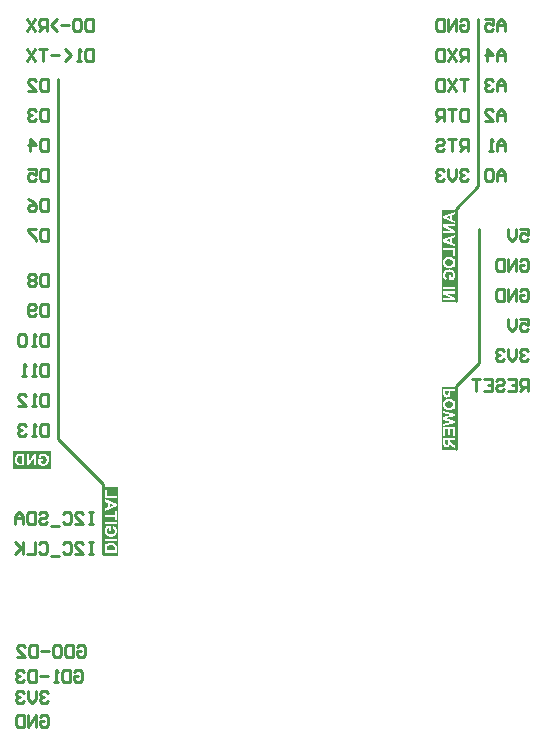
<source format=gbo>
G04*
G04 #@! TF.GenerationSoftware,Altium Limited,Altium Designer,23.4.1 (23)*
G04*
G04 Layer_Color=32896*
%FSLAX44Y44*%
%MOMM*%
G71*
G04*
G04 #@! TF.SameCoordinates,161A424F-3C6F-4C89-954A-30EFE7D06E68*
G04*
G04*
G04 #@! TF.FilePolarity,Positive*
G04*
G01*
G75*
%ADD13C,0.2540*%
%ADD18C,0.2560*%
G36*
X-165100Y-38100D02*
X-197265D01*
Y-22863D01*
X-165100D01*
Y-38100D01*
D02*
G37*
G36*
X177947Y102952D02*
X166053D01*
Y181048D01*
X177947D01*
Y102952D01*
D02*
G37*
G36*
X177912Y-22116D02*
X166088D01*
Y31000D01*
X177912D01*
Y-22116D01*
D02*
G37*
G36*
X-108353Y-111599D02*
X-120247D01*
Y-53501D01*
X-108353D01*
Y-111599D01*
D02*
G37*
%LPC*%
G36*
X-166716Y-25442D02*
D01*
Y-30379D01*
X-166723Y-30299D01*
Y-30196D01*
X-166731Y-30062D01*
X-166747Y-29903D01*
X-166771Y-29729D01*
X-166795Y-29539D01*
X-166826Y-29341D01*
X-166874Y-29119D01*
X-166922Y-28897D01*
X-166985Y-28667D01*
X-167056Y-28437D01*
X-167143Y-28199D01*
X-167239Y-27970D01*
X-167350Y-27748D01*
X-167358Y-27732D01*
X-167381Y-27692D01*
X-167421Y-27637D01*
X-167468Y-27550D01*
X-167540Y-27454D01*
X-167619Y-27336D01*
X-167714Y-27209D01*
X-167825Y-27074D01*
X-167952Y-26931D01*
X-168087Y-26781D01*
X-168245Y-26630D01*
X-168412Y-26480D01*
X-168594Y-26329D01*
X-168784Y-26186D01*
X-168998Y-26060D01*
X-169220Y-25933D01*
X-169228Y-25925D01*
X-169259Y-25909D01*
X-169315Y-25885D01*
X-169386Y-25854D01*
X-169481Y-25822D01*
X-169592Y-25774D01*
X-169719Y-25735D01*
X-169862Y-25687D01*
X-170028Y-25640D01*
X-170203Y-25600D01*
X-170393Y-25552D01*
X-170599Y-25521D01*
X-170821Y-25489D01*
X-171058Y-25465D01*
X-171304Y-25449D01*
X-171558Y-25442D01*
X-171684D01*
X-171732Y-25449D01*
X-171859D01*
X-172009Y-25465D01*
X-172184Y-25481D01*
X-172382Y-25505D01*
X-172596Y-25537D01*
X-172818Y-25576D01*
X-173048Y-25632D01*
X-173285Y-25687D01*
X-173523Y-25766D01*
X-173753Y-25854D01*
X-173983Y-25957D01*
X-174197Y-26075D01*
X-174395Y-26210D01*
X-174403Y-26218D01*
X-174442Y-26242D01*
X-174490Y-26289D01*
X-174561Y-26353D01*
X-174640Y-26424D01*
X-174736Y-26519D01*
X-174839Y-26630D01*
X-174942Y-26757D01*
X-175053Y-26900D01*
X-175163Y-27058D01*
X-175274Y-27232D01*
X-175377Y-27415D01*
X-175480Y-27621D01*
X-175568Y-27835D01*
X-175647Y-28065D01*
X-175710Y-28310D01*
X-173753Y-28675D01*
Y-28667D01*
X-173745Y-28643D01*
X-173729Y-28603D01*
X-173713Y-28556D01*
X-173689Y-28493D01*
X-173658Y-28429D01*
X-173578Y-28263D01*
X-173468Y-28088D01*
X-173333Y-27898D01*
X-173253Y-27803D01*
X-173166Y-27708D01*
X-173071Y-27621D01*
X-172968Y-27542D01*
X-172960Y-27534D01*
X-172945Y-27526D01*
X-172913Y-27502D01*
X-172865Y-27478D01*
X-172810Y-27446D01*
X-172746Y-27407D01*
X-172667Y-27367D01*
X-172580Y-27328D01*
X-172485Y-27296D01*
X-172374Y-27256D01*
X-172263Y-27217D01*
X-172136Y-27185D01*
X-172001Y-27161D01*
X-171859Y-27137D01*
X-171716Y-27129D01*
X-171558Y-27122D01*
X-171502D01*
X-171431Y-27129D01*
X-171344Y-27137D01*
X-171233Y-27145D01*
X-171106Y-27161D01*
X-170971Y-27193D01*
X-170821Y-27225D01*
X-170654Y-27264D01*
X-170488Y-27320D01*
X-170321Y-27391D01*
X-170147Y-27470D01*
X-169981Y-27565D01*
X-169814Y-27676D01*
X-169656Y-27803D01*
X-169505Y-27946D01*
X-169497Y-27954D01*
X-169473Y-27985D01*
X-169434Y-28033D01*
X-169386Y-28096D01*
X-169331Y-28184D01*
X-169267Y-28286D01*
X-169196Y-28413D01*
X-169125Y-28556D01*
X-169053Y-28714D01*
X-168982Y-28897D01*
X-168919Y-29095D01*
X-168863Y-29317D01*
X-168816Y-29546D01*
X-168776Y-29808D01*
X-168752Y-30078D01*
X-168744Y-30371D01*
Y-30379D01*
Y-30387D01*
Y-30410D01*
Y-30450D01*
Y-30490D01*
X-168752Y-30537D01*
X-168760Y-30656D01*
X-168768Y-30799D01*
X-168784Y-30965D01*
X-168808Y-31147D01*
X-168839Y-31346D01*
X-168879Y-31551D01*
X-168934Y-31773D01*
X-168998Y-31987D01*
X-169069Y-32201D01*
X-169156Y-32415D01*
X-169259Y-32613D01*
X-169378Y-32804D01*
X-169513Y-32978D01*
X-169521Y-32986D01*
X-169553Y-33018D01*
X-169592Y-33057D01*
X-169656Y-33113D01*
X-169727Y-33176D01*
X-169822Y-33247D01*
X-169933Y-33327D01*
X-170052Y-33406D01*
X-170195Y-33493D01*
X-170345Y-33564D01*
X-170511Y-33644D01*
X-170694Y-33707D01*
X-170884Y-33763D01*
X-171090Y-33802D01*
X-171304Y-33834D01*
X-171534Y-33842D01*
X-171597D01*
X-171637Y-33834D01*
X-171700D01*
X-171764Y-33826D01*
X-171835Y-33818D01*
X-171922Y-33810D01*
X-172104Y-33786D01*
X-172318Y-33739D01*
X-172540Y-33683D01*
X-172770Y-33604D01*
X-172778D01*
X-172802Y-33596D01*
X-172833Y-33580D01*
X-172873Y-33556D01*
X-172929Y-33533D01*
X-172992Y-33509D01*
X-173143Y-33438D01*
X-173309Y-33350D01*
X-173491Y-33255D01*
X-173673Y-33136D01*
X-173848Y-33018D01*
Y-31773D01*
X-171589D01*
Y-30125D01*
X-175837D01*
Y-34016D01*
X-175829Y-34024D01*
X-175805Y-34040D01*
X-175774Y-34072D01*
X-175718Y-34119D01*
X-175655Y-34167D01*
X-175576Y-34230D01*
X-175488Y-34301D01*
X-175377Y-34373D01*
X-175259Y-34452D01*
X-175124Y-34539D01*
X-174973Y-34626D01*
X-174815Y-34713D01*
X-174640Y-34809D01*
X-174450Y-34896D01*
X-174252Y-34983D01*
X-174038Y-35070D01*
X-174022Y-35078D01*
X-173983Y-35086D01*
X-173919Y-35110D01*
X-173840Y-35141D01*
X-173729Y-35173D01*
X-173602Y-35213D01*
X-173460Y-35252D01*
X-173301Y-35292D01*
X-173127Y-35340D01*
X-172945Y-35379D01*
X-172746Y-35419D01*
X-172540Y-35450D01*
X-172326Y-35482D01*
X-172112Y-35506D01*
X-171882Y-35514D01*
X-171661Y-35522D01*
X-175837D01*
D01*
X-166716D01*
Y-25442D01*
D02*
G37*
G36*
X-177676Y-25600D02*
X-179578D01*
X-183580Y-32130D01*
Y-25600D01*
X-181915D01*
X-185402D01*
Y-35355D01*
X-177676D01*
Y-25600D01*
D02*
G37*
G36*
X-187479D02*
X-195649D01*
X-191267D01*
X-191370Y-25608D01*
X-191488D01*
X-191615Y-25616D01*
X-191758Y-25624D01*
X-192059Y-25647D01*
X-192368Y-25679D01*
X-192519Y-25703D01*
X-192661Y-25727D01*
X-192796Y-25759D01*
X-192923Y-25790D01*
X-192931D01*
X-192962Y-25806D01*
X-193010Y-25814D01*
X-193065Y-25838D01*
X-193145Y-25869D01*
X-193232Y-25901D01*
X-193327Y-25949D01*
X-193430Y-25996D01*
X-193541Y-26060D01*
X-193660Y-26123D01*
X-193787Y-26194D01*
X-193906Y-26281D01*
X-194032Y-26369D01*
X-194159Y-26472D01*
X-194278Y-26575D01*
X-194397Y-26694D01*
X-194405Y-26702D01*
X-194421Y-26725D01*
X-194452Y-26757D01*
X-194500Y-26804D01*
X-194548Y-26868D01*
X-194611Y-26947D01*
X-194674Y-27034D01*
X-194746Y-27129D01*
X-194817Y-27240D01*
X-194888Y-27359D01*
X-194967Y-27494D01*
X-195047Y-27629D01*
X-195118Y-27779D01*
X-195197Y-27938D01*
X-195324Y-28271D01*
Y-28279D01*
X-195340Y-28310D01*
X-195356Y-28366D01*
X-195372Y-28437D01*
X-195403Y-28532D01*
X-195427Y-28635D01*
X-195459Y-28762D01*
X-195490Y-28912D01*
X-195514Y-29071D01*
X-195546Y-29245D01*
X-195578Y-29436D01*
X-195602Y-29642D01*
X-195617Y-29856D01*
X-195633Y-30085D01*
X-195649Y-30323D01*
Y-30696D01*
X-195641Y-30775D01*
Y-30886D01*
X-195633Y-31005D01*
X-195625Y-31139D01*
X-195609Y-31290D01*
X-195593Y-31449D01*
X-195578Y-31615D01*
X-195522Y-31964D01*
X-195451Y-32312D01*
X-195348Y-32653D01*
X-195340Y-32661D01*
X-195332Y-32701D01*
X-195308Y-32756D01*
X-195285Y-32827D01*
X-195245Y-32922D01*
X-195197Y-33026D01*
X-195142Y-33136D01*
X-195078Y-33263D01*
X-195007Y-33398D01*
X-194936Y-33541D01*
X-194753Y-33826D01*
X-194540Y-34111D01*
X-194429Y-34246D01*
X-194302Y-34373D01*
X-194294Y-34381D01*
X-194278Y-34397D01*
X-194246Y-34420D01*
X-194207Y-34452D01*
X-194159Y-34499D01*
X-194096Y-34547D01*
X-194016Y-34602D01*
X-193937Y-34658D01*
X-193842Y-34721D01*
X-193739Y-34785D01*
X-193628Y-34848D01*
X-193501Y-34912D01*
X-193375Y-34975D01*
X-193232Y-35038D01*
X-193081Y-35094D01*
X-192923Y-35149D01*
X-192915D01*
X-192891Y-35157D01*
X-192852Y-35165D01*
X-192804Y-35181D01*
X-192741Y-35197D01*
X-192661Y-35213D01*
X-192566Y-35236D01*
X-192455Y-35252D01*
X-192336Y-35268D01*
X-192210Y-35292D01*
X-192067Y-35308D01*
X-191908Y-35324D01*
X-191742Y-35340D01*
X-191568Y-35347D01*
X-191378Y-35355D01*
X-187479D01*
Y-25600D01*
D02*
G37*
%LPD*%
G36*
X-166716Y-35522D02*
X-171589D01*
X-171510Y-35514D01*
X-171407D01*
X-171272Y-35506D01*
X-171114Y-35490D01*
X-170940Y-35466D01*
X-170757Y-35443D01*
X-170551Y-35411D01*
X-170337Y-35363D01*
X-170115Y-35316D01*
X-169886Y-35252D01*
X-169664Y-35181D01*
X-169434Y-35094D01*
X-169212Y-34999D01*
X-168990Y-34888D01*
X-168974Y-34880D01*
X-168942Y-34856D01*
X-168879Y-34817D01*
X-168808Y-34769D01*
X-168713Y-34706D01*
X-168602Y-34618D01*
X-168483Y-34523D01*
X-168356Y-34420D01*
X-168213Y-34293D01*
X-168079Y-34159D01*
X-167936Y-34008D01*
X-167793Y-33842D01*
X-167659Y-33660D01*
X-167524Y-33469D01*
X-167397Y-33263D01*
X-167286Y-33049D01*
X-167278Y-33033D01*
X-167262Y-32994D01*
X-167231Y-32930D01*
X-167199Y-32843D01*
X-167151Y-32732D01*
X-167104Y-32598D01*
X-167056Y-32447D01*
X-167001Y-32273D01*
X-166945Y-32090D01*
X-166898Y-31892D01*
X-166850Y-31670D01*
X-166803Y-31449D01*
X-166771Y-31211D01*
X-166739Y-30965D01*
X-166723Y-30712D01*
X-166716Y-30450D01*
Y-35522D01*
D02*
G37*
G36*
X-179498Y-35355D02*
X-183429D01*
X-179498Y-28976D01*
Y-35355D01*
D02*
G37*
G36*
X-189444Y-33707D02*
X-191116D01*
X-191187Y-33699D01*
X-191370D01*
X-191568Y-33683D01*
X-191766Y-33667D01*
X-191948Y-33652D01*
X-192035Y-33636D01*
X-192107Y-33620D01*
X-192115D01*
X-192130Y-33612D01*
X-192154Y-33604D01*
X-192186Y-33596D01*
X-192273Y-33564D01*
X-192384Y-33525D01*
X-192511Y-33469D01*
X-192645Y-33398D01*
X-192772Y-33311D01*
X-192899Y-33216D01*
X-192915Y-33200D01*
X-192955Y-33160D01*
X-193010Y-33089D01*
X-193081Y-32986D01*
X-193161Y-32859D01*
X-193208Y-32780D01*
X-193248Y-32693D01*
X-193295Y-32598D01*
X-193335Y-32503D01*
X-193375Y-32392D01*
X-193414Y-32273D01*
Y-32265D01*
X-193422Y-32241D01*
X-193430Y-32201D01*
X-193446Y-32154D01*
X-193462Y-32083D01*
X-193478Y-32003D01*
X-193501Y-31908D01*
X-193517Y-31805D01*
X-193533Y-31678D01*
X-193557Y-31544D01*
X-193573Y-31401D01*
X-193589Y-31242D01*
X-193604Y-31068D01*
X-193612Y-30886D01*
X-193620Y-30688D01*
Y-30482D01*
Y-30466D01*
Y-30434D01*
Y-30371D01*
Y-30299D01*
X-193612Y-30204D01*
Y-30093D01*
X-193604Y-29975D01*
X-193596Y-29840D01*
X-193573Y-29562D01*
X-193533Y-29277D01*
X-193486Y-29000D01*
X-193454Y-28873D01*
X-193414Y-28754D01*
Y-28746D01*
X-193406Y-28730D01*
X-193390Y-28699D01*
X-193375Y-28651D01*
X-193359Y-28603D01*
X-193335Y-28540D01*
X-193272Y-28405D01*
X-193192Y-28255D01*
X-193097Y-28096D01*
X-192978Y-27938D01*
X-192852Y-27803D01*
Y-27795D01*
X-192836Y-27787D01*
X-192788Y-27748D01*
X-192709Y-27692D01*
X-192606Y-27621D01*
X-192471Y-27542D01*
X-192321Y-27462D01*
X-192146Y-27399D01*
X-191948Y-27343D01*
X-191940D01*
X-191924Y-27336D01*
X-191901D01*
X-191861Y-27328D01*
X-191813Y-27320D01*
X-191750Y-27312D01*
X-191679Y-27304D01*
X-191591Y-27296D01*
X-191488Y-27288D01*
X-191370Y-27280D01*
X-191235Y-27272D01*
X-191084Y-27264D01*
X-190918Y-27256D01*
X-190736Y-27248D01*
X-189444D01*
Y-33707D01*
D02*
G37*
%LPC*%
G36*
X176874Y179667D02*
X167118Y175871D01*
Y173778D01*
X176874Y169879D01*
Y172027D01*
X174655Y172867D01*
Y176774D01*
X176874Y177582D01*
Y179667D01*
D02*
G37*
G36*
Y168818D02*
X167118D01*
Y166916D01*
X173648Y162913D01*
X167118D01*
Y161091D01*
X176874D01*
Y168818D01*
D02*
G37*
G36*
Y159997D02*
D01*
X167118Y156201D01*
Y154109D01*
X176874Y150210D01*
X167118D01*
X176874D01*
Y159997D01*
D02*
G37*
G36*
Y149116D02*
X167206D01*
Y147151D01*
X175225D01*
Y142254D01*
X173746D01*
X176874D01*
Y149116D01*
D02*
G37*
G36*
X177040Y141247D02*
Y136603D01*
X177032Y136659D01*
Y136714D01*
X177024Y136785D01*
X177016Y136865D01*
X177008Y136960D01*
X177001Y137055D01*
X176969Y137269D01*
X176929Y137499D01*
X176874Y137760D01*
X176802Y138030D01*
X176715Y138315D01*
X176612Y138600D01*
X176485Y138885D01*
X176327Y139171D01*
X176153Y139456D01*
X175947Y139718D01*
X175717Y139971D01*
X175701Y139987D01*
X175653Y140027D01*
X175582Y140090D01*
X175471Y140169D01*
X175336Y140265D01*
X175178Y140375D01*
X174980Y140486D01*
X174766Y140605D01*
X174520Y140724D01*
X174243Y140843D01*
X173942Y140954D01*
X173617Y141049D01*
X173268Y141128D01*
X172888Y141192D01*
X172491Y141231D01*
X172063Y141247D01*
X177040D01*
X166960D01*
D01*
X171921D01*
X171818Y141239D01*
X171683Y141231D01*
X171540Y141223D01*
X171374Y141208D01*
X171192Y141192D01*
X171001Y141168D01*
X170795Y141136D01*
X170383Y141057D01*
X170169Y141009D01*
X169963Y140946D01*
X169757Y140883D01*
X169567Y140803D01*
X169559Y140795D01*
X169535Y140787D01*
X169496Y140772D01*
X169440Y140740D01*
X169377Y140708D01*
X169298Y140669D01*
X169210Y140621D01*
X169123Y140566D01*
X168909Y140439D01*
X168687Y140280D01*
X168458Y140106D01*
X168228Y139900D01*
X168220Y139892D01*
X168204Y139876D01*
X168172Y139844D01*
X168133Y139797D01*
X168077Y139741D01*
X168022Y139678D01*
X167958Y139607D01*
X167895Y139528D01*
X167824Y139432D01*
X167752Y139337D01*
X167602Y139123D01*
X167467Y138885D01*
X167348Y138640D01*
X167340Y138632D01*
X167332Y138600D01*
X167309Y138545D01*
X167285Y138481D01*
X167261Y138394D01*
X167221Y138291D01*
X167190Y138172D01*
X167150Y138038D01*
X167118Y137887D01*
X167079Y137729D01*
X167047Y137554D01*
X167023Y137372D01*
X166992Y137174D01*
X166976Y136968D01*
X166968Y136762D01*
X166960Y136540D01*
Y136445D01*
X166968Y136397D01*
Y136334D01*
X166976Y136262D01*
X166984Y136183D01*
X166992Y136096D01*
X166999Y136001D01*
X167031Y135787D01*
X167071Y135557D01*
X167126Y135303D01*
X167198Y135034D01*
X167285Y134749D01*
X167396Y134464D01*
X167523Y134178D01*
X167681Y133893D01*
X167855Y133608D01*
X168061Y133346D01*
X168299Y133092D01*
X168315Y133077D01*
X168363Y133037D01*
X168442Y132974D01*
X168545Y132886D01*
X168680Y132791D01*
X168846Y132680D01*
X169044Y132562D01*
X169266Y132443D01*
X169520Y132324D01*
X169797Y132205D01*
X170098Y132094D01*
X170431Y131999D01*
X170788Y131912D01*
X171176Y131848D01*
X171580Y131809D01*
X172016Y131793D01*
X172119D01*
X172174Y131801D01*
X172246D01*
X172317Y131809D01*
X172404D01*
X172499Y131825D01*
X172602Y131833D01*
X172832Y131864D01*
X173086Y131904D01*
X173363Y131951D01*
X173656Y132023D01*
X173957Y132110D01*
X174259Y132213D01*
X174568Y132332D01*
X174877Y132482D01*
X175170Y132649D01*
X175447Y132847D01*
X175709Y133077D01*
X175725Y133092D01*
X175764Y133132D01*
X175828Y133211D01*
X175915Y133314D01*
X176018Y133441D01*
X176129Y133600D01*
X176248Y133782D01*
X176374Y133988D01*
X176501Y134218D01*
X176620Y134479D01*
X176731Y134757D01*
X176834Y135066D01*
X176913Y135391D01*
X176985Y135747D01*
X177024Y136112D01*
X177040Y136508D01*
Y132324D01*
Y141247D01*
D02*
G37*
G36*
X172016Y131793D02*
X171795D01*
X172016D01*
D01*
D02*
G37*
G36*
X177040Y130596D02*
X166960D01*
D01*
X171897D01*
X171818Y130588D01*
X171715D01*
X171580Y130580D01*
X171422Y130564D01*
X171247Y130541D01*
X171057Y130517D01*
X170859Y130485D01*
X170637Y130438D01*
X170415Y130390D01*
X170185Y130327D01*
X169955Y130255D01*
X169718Y130168D01*
X169488Y130073D01*
X169266Y129962D01*
X169250Y129954D01*
X169210Y129930D01*
X169155Y129891D01*
X169068Y129843D01*
X168973Y129772D01*
X168854Y129693D01*
X168727Y129598D01*
X168592Y129487D01*
X168450Y129360D01*
X168299Y129225D01*
X168149Y129067D01*
X167998Y128900D01*
X167847Y128718D01*
X167705Y128528D01*
X167578Y128314D01*
X167451Y128092D01*
X167443Y128084D01*
X167427Y128052D01*
X167404Y127997D01*
X167372Y127926D01*
X167340Y127830D01*
X167293Y127719D01*
X167253Y127593D01*
X167206Y127450D01*
X167158Y127284D01*
X167118Y127109D01*
X167071Y126919D01*
X167039Y126713D01*
X167007Y126491D01*
X166984Y126253D01*
X166968Y126008D01*
X166960Y125754D01*
D01*
Y125627D01*
X166968Y125580D01*
Y125453D01*
X166984Y125302D01*
X166999Y125128D01*
X167023Y124930D01*
X167055Y124716D01*
X167095Y124494D01*
X167150Y124264D01*
X167206Y124026D01*
X167285Y123789D01*
X167372Y123559D01*
X167475Y123329D01*
X167594Y123115D01*
X167729Y122917D01*
X167736Y122909D01*
X167760Y122870D01*
X167808Y122822D01*
X167871Y122751D01*
X167943Y122671D01*
X168038Y122576D01*
X168149Y122473D01*
X168275Y122370D01*
X168418Y122259D01*
X168577Y122148D01*
X168751Y122037D01*
X168933Y121934D01*
X169139Y121831D01*
X169353Y121744D01*
X169583Y121665D01*
X169829Y121602D01*
X170193Y123559D01*
X170185D01*
X170161Y123567D01*
X170122Y123583D01*
X170074Y123599D01*
X170011Y123622D01*
X169947Y123654D01*
X169781Y123733D01*
X169607Y123844D01*
X169417Y123979D01*
X169321Y124058D01*
X169226Y124145D01*
X169139Y124241D01*
X169060Y124344D01*
X169052Y124352D01*
X169044Y124367D01*
X169020Y124399D01*
X168997Y124447D01*
X168965Y124502D01*
X168925Y124565D01*
X168886Y124645D01*
X168846Y124732D01*
X168814Y124827D01*
X168775Y124938D01*
X168735Y125049D01*
X168703Y125176D01*
X168680Y125310D01*
X168656Y125453D01*
X168648Y125596D01*
X168640Y125754D01*
Y125810D01*
X168648Y125881D01*
X168656Y125968D01*
X168664Y126079D01*
X168680Y126206D01*
X168711Y126341D01*
X168743Y126491D01*
X168783Y126658D01*
X168838Y126824D01*
X168909Y126990D01*
X168989Y127165D01*
X169084Y127331D01*
X169195Y127498D01*
X169321Y127656D01*
X169464Y127807D01*
X169472Y127815D01*
X169504Y127838D01*
X169551Y127878D01*
X169615Y127926D01*
X169702Y127981D01*
X169805Y128044D01*
X169932Y128116D01*
X170074Y128187D01*
X170233Y128258D01*
X170415Y128330D01*
X170613Y128393D01*
X170835Y128449D01*
X171065Y128496D01*
X171326Y128536D01*
X171596Y128560D01*
X171889Y128567D01*
X171897D01*
X171905D01*
X171929D01*
X171968D01*
X172008D01*
X172055Y128560D01*
X172174Y128552D01*
X172317Y128544D01*
X172483Y128528D01*
X172666Y128504D01*
X172864Y128472D01*
X173070Y128433D01*
X173292Y128377D01*
X173506Y128314D01*
X173720Y128243D01*
X173934Y128155D01*
X174132Y128052D01*
X174322Y127934D01*
X174496Y127799D01*
X174504Y127791D01*
X174536Y127759D01*
X174576Y127719D01*
X174631Y127656D01*
X174694Y127585D01*
X174766Y127490D01*
X174845Y127379D01*
X174924Y127260D01*
X175011Y127117D01*
X175083Y126967D01*
X175162Y126800D01*
X175225Y126618D01*
X175281Y126428D01*
X175320Y126222D01*
X175352Y126008D01*
X175360Y125778D01*
Y125715D01*
X175352Y125675D01*
Y125611D01*
X175344Y125548D01*
X175336Y125477D01*
X175328Y125390D01*
X175305Y125207D01*
X175257Y124993D01*
X175202Y124771D01*
X175122Y124542D01*
Y124534D01*
X175114Y124510D01*
X175099Y124478D01*
X175075Y124439D01*
X175051Y124383D01*
X175027Y124320D01*
X174956Y124169D01*
X174869Y124003D01*
X174774Y123820D01*
X174655Y123638D01*
X174536Y123464D01*
X173292D01*
Y125723D01*
X171643D01*
Y121475D01*
X177040D01*
Y125723D01*
X177032Y125802D01*
Y125905D01*
X177024Y126039D01*
X177008Y126198D01*
X176985Y126372D01*
X176961Y126555D01*
X176929Y126761D01*
X176882Y126975D01*
X176834Y127197D01*
X176771Y127426D01*
X176699Y127648D01*
X176612Y127878D01*
X176517Y128100D01*
X176406Y128322D01*
X176398Y128338D01*
X176374Y128369D01*
X176335Y128433D01*
X176287Y128504D01*
X176224Y128599D01*
X176137Y128710D01*
X176042Y128829D01*
X175939Y128956D01*
X175812Y129098D01*
X175677Y129233D01*
X175527Y129376D01*
X175360Y129518D01*
X175178Y129653D01*
X174988Y129788D01*
X174782Y129915D01*
X174568Y130026D01*
X174552Y130034D01*
X174512Y130049D01*
X174449Y130081D01*
X174362Y130113D01*
X174251Y130160D01*
X174116Y130208D01*
X173965Y130255D01*
X173791Y130311D01*
X173609Y130366D01*
X173411Y130414D01*
X173189Y130462D01*
X172967Y130509D01*
X172729Y130541D01*
X172483Y130572D01*
X172230Y130588D01*
X171968Y130596D01*
X177040D01*
D02*
G37*
G36*
X176874Y115927D02*
X167118D01*
Y113962D01*
X176874D01*
Y115927D01*
D02*
G37*
G36*
Y112060D02*
X167118D01*
Y106156D01*
Y110158D01*
X173648Y106156D01*
X167118D01*
Y104333D01*
X176874D01*
Y112060D01*
D02*
G37*
%LPD*%
G36*
X173006Y173501D02*
X169393Y174848D01*
X173006Y176172D01*
Y173501D01*
D02*
G37*
G36*
X176874Y163064D02*
X170494Y166995D01*
X176874D01*
Y163064D01*
D02*
G37*
G36*
X173006Y153832D02*
X169393Y155179D01*
X173006Y156502D01*
Y153832D01*
D02*
G37*
G36*
X176874Y152358D02*
X174655Y153198D01*
Y157105D01*
X176874Y157913D01*
Y152358D01*
D02*
G37*
G36*
X172159Y139211D02*
X172269Y139202D01*
X172412Y139195D01*
X172571Y139179D01*
X172745Y139155D01*
X172935Y139123D01*
X173133Y139084D01*
X173339Y139036D01*
X173553Y138973D01*
X173759Y138893D01*
X173965Y138806D01*
X174156Y138711D01*
X174346Y138592D01*
X174512Y138458D01*
X174520Y138450D01*
X174552Y138426D01*
X174591Y138378D01*
X174647Y138315D01*
X174710Y138244D01*
X174782Y138148D01*
X174853Y138046D01*
X174932Y137927D01*
X175011Y137792D01*
X175091Y137649D01*
X175162Y137483D01*
X175225Y137316D01*
X175281Y137134D01*
X175320Y136936D01*
X175352Y136730D01*
X175360Y136516D01*
Y136461D01*
X175352Y136405D01*
X175344Y136318D01*
X175336Y136223D01*
X175313Y136104D01*
X175289Y135969D01*
X175257Y135835D01*
X175210Y135684D01*
X175154Y135525D01*
X175083Y135367D01*
X175004Y135201D01*
X174908Y135042D01*
X174790Y134883D01*
X174663Y134725D01*
X174512Y134582D01*
X174504Y134574D01*
X174473Y134551D01*
X174425Y134511D01*
X174354Y134464D01*
X174266Y134408D01*
X174156Y134345D01*
X174029Y134273D01*
X173878Y134202D01*
X173704Y134131D01*
X173522Y134059D01*
X173308Y133996D01*
X173078Y133940D01*
X172832Y133893D01*
X172563Y133853D01*
X172277Y133829D01*
X171968Y133822D01*
X171960D01*
X171952D01*
X171929D01*
X171897D01*
X171857D01*
X171810Y133829D01*
X171691D01*
X171556Y133845D01*
X171398Y133861D01*
X171215Y133885D01*
X171025Y133917D01*
X170827Y133956D01*
X170621Y134004D01*
X170415Y134059D01*
X170209Y134131D01*
X170011Y134218D01*
X169813Y134313D01*
X169638Y134432D01*
X169472Y134559D01*
X169464Y134566D01*
X169432Y134590D01*
X169393Y134638D01*
X169345Y134693D01*
X169282Y134765D01*
X169210Y134860D01*
X169131Y134963D01*
X169052Y135082D01*
X168981Y135216D01*
X168901Y135359D01*
X168830Y135518D01*
X168767Y135692D01*
X168719Y135882D01*
X168672Y136080D01*
X168648Y136294D01*
X168640Y136516D01*
Y136572D01*
X168648Y136635D01*
X168656Y136714D01*
X168664Y136817D01*
X168687Y136936D01*
X168711Y137071D01*
X168743Y137213D01*
X168790Y137364D01*
X168846Y137530D01*
X168909Y137689D01*
X168997Y137855D01*
X169092Y138014D01*
X169203Y138172D01*
X169329Y138331D01*
X169480Y138474D01*
X169488Y138481D01*
X169520Y138505D01*
X169567Y138545D01*
X169638Y138592D01*
X169726Y138648D01*
X169829Y138711D01*
X169963Y138775D01*
X170106Y138846D01*
X170272Y138917D01*
X170463Y138981D01*
X170669Y139044D01*
X170891Y139100D01*
X171144Y139147D01*
X171406Y139187D01*
X171691Y139211D01*
X172000Y139218D01*
X172008D01*
X172016D01*
X172040D01*
X172071D01*
X172159Y139211D01*
D02*
G37*
G36*
X177040Y121475D02*
X175534D01*
X175542Y121483D01*
X175558Y121507D01*
X175590Y121538D01*
X175637Y121594D01*
X175685Y121657D01*
X175748Y121736D01*
X175820Y121824D01*
X175891Y121934D01*
X175970Y122053D01*
X176057Y122188D01*
X176145Y122339D01*
X176232Y122497D01*
X176327Y122671D01*
X176414Y122862D01*
X176501Y123060D01*
X176588Y123274D01*
X176596Y123289D01*
X176604Y123329D01*
X176628Y123393D01*
X176660Y123472D01*
X176691Y123583D01*
X176731Y123710D01*
X176771Y123852D01*
X176810Y124011D01*
X176858Y124185D01*
X176898Y124367D01*
X176937Y124565D01*
X176969Y124771D01*
X177001Y124985D01*
X177024Y125199D01*
X177032Y125429D01*
X177040Y125651D01*
Y121475D01*
D02*
G37*
G36*
X176874Y106307D02*
X170494Y110237D01*
X176874D01*
Y106307D01*
D02*
G37*
%LPC*%
G36*
Y29639D02*
X167118D01*
Y26200D01*
X167126Y26049D01*
Y25891D01*
X167134Y25708D01*
Y25518D01*
X167158Y25130D01*
X167166Y24932D01*
X167182Y24742D01*
X167198Y24567D01*
X167221Y24401D01*
X167245Y24266D01*
X167269Y24147D01*
Y24139D01*
X167277Y24108D01*
X167293Y24068D01*
X167316Y24004D01*
X167340Y23933D01*
X167380Y23854D01*
X167419Y23759D01*
X167475Y23656D01*
X167530Y23545D01*
X167602Y23434D01*
X167681Y23315D01*
X167768Y23204D01*
X167863Y23085D01*
X167974Y22966D01*
X168093Y22856D01*
X168228Y22745D01*
X168236Y22737D01*
X168260Y22721D01*
X168299Y22689D01*
X168363Y22657D01*
X168434Y22610D01*
X168521Y22562D01*
X168624Y22515D01*
X168735Y22459D01*
X168870Y22404D01*
X169012Y22356D01*
X169163Y22309D01*
X169337Y22261D01*
X169512Y22229D01*
X169702Y22198D01*
X169908Y22182D01*
X170122Y22174D01*
X176874D01*
Y29639D01*
D02*
G37*
G36*
X177040Y20954D02*
Y16310D01*
X177032Y16365D01*
Y16421D01*
X177024Y16492D01*
X177016Y16571D01*
X177008Y16666D01*
X177001Y16761D01*
X176969Y16975D01*
X176929Y17205D01*
X176874Y17467D01*
X176802Y17736D01*
X176715Y18021D01*
X176612Y18307D01*
X176485Y18592D01*
X176327Y18877D01*
X176153Y19162D01*
X175947Y19424D01*
X175717Y19678D01*
X175701Y19693D01*
X175653Y19733D01*
X175582Y19797D01*
X175471Y19876D01*
X175336Y19971D01*
X175178Y20082D01*
X174980Y20193D01*
X174766Y20312D01*
X174520Y20431D01*
X174243Y20549D01*
X173942Y20660D01*
X173617Y20755D01*
X173268Y20835D01*
X172888Y20898D01*
X172491Y20938D01*
X172063Y20954D01*
X171921D01*
X171818Y20946D01*
X171683Y20938D01*
X171540Y20930D01*
X171374Y20914D01*
X171192Y20898D01*
X171001Y20874D01*
X170795Y20843D01*
X170383Y20763D01*
X170169Y20716D01*
X169963Y20652D01*
X169757Y20589D01*
X169567Y20510D01*
X169559Y20502D01*
X169535Y20494D01*
X169496Y20478D01*
X169440Y20446D01*
X169377Y20415D01*
X169298Y20375D01*
X169210Y20327D01*
X169123Y20272D01*
X168909Y20145D01*
X168687Y19987D01*
X168458Y19812D01*
X168228Y19606D01*
X168220Y19598D01*
X168204Y19583D01*
X168172Y19551D01*
X168133Y19503D01*
X168077Y19448D01*
X168022Y19384D01*
X167958Y19313D01*
X167895Y19234D01*
X167824Y19139D01*
X167752Y19044D01*
X167602Y18830D01*
X167467Y18592D01*
X167348Y18346D01*
X167340Y18338D01*
X167332Y18307D01*
X167309Y18251D01*
X167285Y18188D01*
X167261Y18101D01*
X167221Y17998D01*
X167190Y17879D01*
X167150Y17744D01*
X167118Y17593D01*
X167079Y17435D01*
X167047Y17261D01*
X167023Y17078D01*
X166992Y16880D01*
X166976Y16674D01*
X166968Y16468D01*
X166960Y16246D01*
Y16151D01*
X166968Y16104D01*
Y16040D01*
X166976Y15969D01*
X166984Y15890D01*
X166992Y15802D01*
X166999Y15707D01*
X167031Y15493D01*
X167071Y15264D01*
X167126Y15010D01*
X167198Y14741D01*
X167285Y14455D01*
X167396Y14170D01*
X167523Y13885D01*
X167681Y13599D01*
X167855Y13314D01*
X168061Y13053D01*
X168299Y12799D01*
X168315Y12783D01*
X168363Y12743D01*
X168442Y12680D01*
X168545Y12593D01*
X168680Y12498D01*
X168846Y12387D01*
X169044Y12268D01*
X169266Y12149D01*
X169520Y12030D01*
X169797Y11911D01*
X170098Y11800D01*
X170431Y11705D01*
X170788Y11618D01*
X171176Y11555D01*
X171580Y11515D01*
X172016Y11499D01*
X166960D01*
X172119D01*
X172174Y11507D01*
X172246D01*
X172317Y11515D01*
X172404D01*
X172499Y11531D01*
X172602Y11539D01*
X172832Y11571D01*
X173086Y11610D01*
X173363Y11658D01*
X173656Y11729D01*
X173957Y11816D01*
X174259Y11919D01*
X174568Y12038D01*
X174877Y12189D01*
X175170Y12355D01*
X175447Y12553D01*
X175709Y12783D01*
X175725Y12799D01*
X175764Y12838D01*
X175828Y12918D01*
X175915Y13021D01*
X176018Y13148D01*
X176129Y13306D01*
X176248Y13488D01*
X176374Y13694D01*
X176501Y13924D01*
X176620Y14186D01*
X176731Y14463D01*
X176834Y14772D01*
X176913Y15097D01*
X176985Y15454D01*
X177024Y15818D01*
X177040Y16214D01*
Y12030D01*
Y20954D01*
D02*
G37*
G36*
X176874Y10905D02*
D01*
Y8591D01*
X167118Y10905D01*
Y8892D01*
X173823Y7426D01*
X167118Y5643D01*
Y3297D01*
X173934Y1593D01*
X167118Y103D01*
Y-1886D01*
X176874Y476D01*
Y10905D01*
D02*
G37*
G36*
Y-2900D02*
X167118D01*
Y-10310D01*
Y-10120D01*
X168767D01*
Y-4866D01*
X170930D01*
Y-9755D01*
X172579D01*
Y-4866D01*
X175225D01*
Y-10310D01*
X167118D01*
X176874D01*
Y-2900D01*
D02*
G37*
G36*
Y-11990D02*
X167118D01*
Y-16380D01*
X167126Y-16507D01*
X167134Y-16658D01*
X167142Y-16824D01*
X167150Y-16998D01*
X167166Y-17181D01*
X167182Y-17363D01*
X167229Y-17743D01*
X167261Y-17926D01*
X167301Y-18092D01*
X167340Y-18250D01*
X167388Y-18393D01*
Y-18401D01*
X167404Y-18425D01*
X167419Y-18464D01*
X167435Y-18512D01*
X167467Y-18575D01*
X167507Y-18639D01*
X167554Y-18718D01*
X167602Y-18805D01*
X167665Y-18892D01*
X167729Y-18987D01*
X167808Y-19083D01*
X167895Y-19178D01*
X167990Y-19273D01*
X168085Y-19360D01*
X168204Y-19455D01*
X168323Y-19534D01*
X168331Y-19542D01*
X168355Y-19550D01*
X168386Y-19574D01*
X168442Y-19598D01*
X168505Y-19637D01*
X168577Y-19669D01*
X168664Y-19709D01*
X168767Y-19748D01*
X168870Y-19788D01*
X168989Y-19828D01*
X169115Y-19867D01*
X169250Y-19899D01*
X169543Y-19946D01*
X169702Y-19954D01*
X169860Y-19962D01*
X169876D01*
X169908D01*
X169963Y-19954D01*
X170043D01*
X170138Y-19946D01*
X170241Y-19930D01*
X170368Y-19907D01*
X170494Y-19883D01*
X170637Y-19843D01*
X170788Y-19804D01*
X170938Y-19748D01*
X171089Y-19685D01*
X171239Y-19613D01*
X171390Y-19526D01*
X171532Y-19423D01*
X171675Y-19312D01*
X171683Y-19304D01*
X171707Y-19281D01*
X171738Y-19241D01*
X171786Y-19194D01*
X171849Y-19122D01*
X171913Y-19043D01*
X171984Y-18948D01*
X172055Y-18829D01*
X172127Y-18702D01*
X172206Y-18560D01*
X172285Y-18401D01*
X172357Y-18227D01*
X172420Y-18044D01*
X172483Y-17838D01*
X172531Y-17616D01*
X172571Y-17387D01*
X172579Y-17395D01*
X172586Y-17418D01*
X172610Y-17450D01*
X172634Y-17490D01*
X172674Y-17545D01*
X172713Y-17609D01*
X172816Y-17759D01*
X172935Y-17918D01*
X173078Y-18092D01*
X173228Y-18266D01*
X173395Y-18433D01*
X173403Y-18441D01*
X173419Y-18449D01*
X173442Y-18480D01*
X173482Y-18512D01*
X173529Y-18552D01*
X173593Y-18599D01*
X173672Y-18663D01*
X173759Y-18734D01*
X173862Y-18805D01*
X173973Y-18892D01*
X174100Y-18987D01*
X174251Y-19083D01*
X174409Y-19194D01*
X174576Y-19304D01*
X174766Y-19431D01*
X174972Y-19558D01*
X176874Y-20755D01*
X167118D01*
X176874D01*
Y-11990D01*
D02*
G37*
%LPD*%
G36*
X171548Y26414D02*
X171540Y26319D01*
Y26216D01*
X171532Y26097D01*
Y25970D01*
X171509Y25716D01*
X171485Y25455D01*
X171469Y25336D01*
X171445Y25225D01*
X171422Y25130D01*
X171398Y25051D01*
Y25043D01*
X171390Y25035D01*
X171366Y24987D01*
X171334Y24916D01*
X171279Y24821D01*
X171215Y24726D01*
X171136Y24623D01*
X171033Y24520D01*
X170922Y24432D01*
X170906Y24425D01*
X170867Y24393D01*
X170795Y24361D01*
X170700Y24314D01*
X170589Y24274D01*
X170455Y24234D01*
X170312Y24211D01*
X170154Y24203D01*
X170146D01*
X170130D01*
X170098D01*
X170066Y24211D01*
X170019D01*
X169963Y24218D01*
X169844Y24242D01*
X169702Y24282D01*
X169559Y24337D01*
X169409Y24417D01*
X169274Y24520D01*
X169266D01*
X169258Y24536D01*
X169218Y24575D01*
X169155Y24646D01*
X169092Y24734D01*
X169012Y24852D01*
X168941Y24987D01*
X168878Y25138D01*
X168838Y25312D01*
Y25328D01*
X168830Y25352D01*
Y25384D01*
X168822Y25423D01*
X168814Y25479D01*
X168806Y25542D01*
X168798Y25621D01*
Y25708D01*
X168790Y25811D01*
X168783Y25930D01*
X168775Y26057D01*
Y26200D01*
X168767Y26366D01*
Y27674D01*
X171548D01*
Y26414D01*
D02*
G37*
G36*
X176874Y22174D02*
X170209D01*
X170272Y22182D01*
X170352D01*
X170439Y22190D01*
X170542Y22198D01*
X170653Y22213D01*
X170891Y22253D01*
X171144Y22317D01*
X171398Y22396D01*
X171635Y22507D01*
X171643D01*
X171659Y22523D01*
X171691Y22538D01*
X171738Y22562D01*
X171786Y22594D01*
X171849Y22634D01*
X171984Y22729D01*
X172143Y22847D01*
X172301Y22990D01*
X172460Y23149D01*
X172602Y23331D01*
Y23339D01*
X172618Y23355D01*
X172634Y23379D01*
X172658Y23418D01*
X172689Y23466D01*
X172721Y23513D01*
X172792Y23648D01*
X172864Y23798D01*
X172943Y23973D01*
X173006Y24155D01*
X173062Y24353D01*
Y24361D01*
X173070Y24385D01*
X173078Y24425D01*
X173086Y24488D01*
X173094Y24559D01*
X173102Y24646D01*
X173117Y24750D01*
X173125Y24876D01*
X173141Y25011D01*
X173157Y25162D01*
X173165Y25328D01*
X173173Y25510D01*
X173181Y25708D01*
X173189Y25922D01*
X173197Y26152D01*
Y27674D01*
X176874D01*
Y22174D01*
D02*
G37*
G36*
X172159Y18917D02*
X172269Y18909D01*
X172412Y18901D01*
X172571Y18885D01*
X172745Y18861D01*
X172935Y18830D01*
X173133Y18790D01*
X173339Y18743D01*
X173553Y18679D01*
X173759Y18600D01*
X173965Y18513D01*
X174156Y18418D01*
X174346Y18299D01*
X174512Y18164D01*
X174520Y18156D01*
X174552Y18132D01*
X174591Y18085D01*
X174647Y18021D01*
X174710Y17950D01*
X174782Y17855D01*
X174853Y17752D01*
X174932Y17633D01*
X175011Y17498D01*
X175091Y17356D01*
X175162Y17189D01*
X175225Y17023D01*
X175281Y16840D01*
X175320Y16642D01*
X175352Y16436D01*
X175360Y16222D01*
Y16167D01*
X175352Y16111D01*
X175344Y16024D01*
X175336Y15929D01*
X175313Y15810D01*
X175289Y15676D01*
X175257Y15541D01*
X175210Y15390D01*
X175154Y15232D01*
X175083Y15073D01*
X175004Y14907D01*
X174908Y14748D01*
X174790Y14590D01*
X174663Y14431D01*
X174512Y14289D01*
X174504Y14281D01*
X174473Y14257D01*
X174425Y14217D01*
X174354Y14170D01*
X174266Y14114D01*
X174156Y14051D01*
X174029Y13980D01*
X173878Y13908D01*
X173704Y13837D01*
X173522Y13766D01*
X173308Y13702D01*
X173078Y13647D01*
X172832Y13599D01*
X172563Y13560D01*
X172277Y13536D01*
X171968Y13528D01*
X171960D01*
X171952D01*
X171929D01*
X171897D01*
X171857D01*
X171810Y13536D01*
X171691D01*
X171556Y13552D01*
X171398Y13568D01*
X171215Y13591D01*
X171025Y13623D01*
X170827Y13663D01*
X170621Y13710D01*
X170415Y13766D01*
X170209Y13837D01*
X170011Y13924D01*
X169813Y14019D01*
X169638Y14138D01*
X169472Y14265D01*
X169464Y14273D01*
X169432Y14297D01*
X169393Y14344D01*
X169345Y14400D01*
X169282Y14471D01*
X169210Y14566D01*
X169131Y14669D01*
X169052Y14788D01*
X168981Y14923D01*
X168901Y15065D01*
X168830Y15224D01*
X168767Y15398D01*
X168719Y15588D01*
X168672Y15786D01*
X168648Y16000D01*
X168640Y16222D01*
Y16278D01*
X168648Y16341D01*
X168656Y16421D01*
X168664Y16523D01*
X168687Y16642D01*
X168711Y16777D01*
X168743Y16920D01*
X168790Y17070D01*
X168846Y17237D01*
X168909Y17395D01*
X168997Y17562D01*
X169092Y17720D01*
X169203Y17879D01*
X169329Y18037D01*
X169480Y18180D01*
X169488Y18188D01*
X169520Y18211D01*
X169567Y18251D01*
X169638Y18299D01*
X169726Y18354D01*
X169829Y18418D01*
X169963Y18481D01*
X170106Y18552D01*
X170272Y18624D01*
X170463Y18687D01*
X170669Y18750D01*
X170891Y18806D01*
X171144Y18853D01*
X171406Y18893D01*
X171691Y18917D01*
X172000Y18925D01*
X172008D01*
X172016D01*
X172040D01*
X172071D01*
X172159Y18917D01*
D02*
G37*
G36*
X176874Y2576D02*
X169583Y4509D01*
X176874Y6451D01*
Y2576D01*
D02*
G37*
G36*
X171247Y-15746D02*
X171239Y-15873D01*
Y-16016D01*
X171231Y-16158D01*
X171215Y-16459D01*
X171208Y-16610D01*
X171200Y-16753D01*
X171184Y-16880D01*
X171168Y-16998D01*
X171152Y-17093D01*
X171128Y-17173D01*
Y-17181D01*
X171120Y-17189D01*
X171105Y-17228D01*
X171073Y-17299D01*
X171033Y-17379D01*
X170978Y-17466D01*
X170906Y-17561D01*
X170819Y-17648D01*
X170716Y-17727D01*
X170700Y-17735D01*
X170661Y-17759D01*
X170597Y-17791D01*
X170518Y-17830D01*
X170407Y-17870D01*
X170288Y-17902D01*
X170146Y-17926D01*
X169987Y-17933D01*
X169979D01*
X169963D01*
X169940D01*
X169908D01*
X169813Y-17918D01*
X169702Y-17902D01*
X169575Y-17870D01*
X169440Y-17823D01*
X169306Y-17751D01*
X169187Y-17664D01*
X169171Y-17648D01*
X169139Y-17616D01*
X169084Y-17553D01*
X169028Y-17474D01*
X168965Y-17371D01*
X168901Y-17244D01*
X168846Y-17093D01*
X168806Y-16927D01*
Y-16895D01*
X168798Y-16872D01*
Y-16832D01*
X168790Y-16792D01*
Y-16729D01*
X168783Y-16658D01*
Y-16467D01*
X168775Y-16357D01*
Y-16222D01*
X168767Y-16063D01*
Y-13955D01*
X171247D01*
Y-15746D01*
D02*
G37*
G36*
X176874Y-18393D02*
X174758Y-16975D01*
X174742Y-16967D01*
X174710Y-16943D01*
X174647Y-16903D01*
X174576Y-16848D01*
X174480Y-16792D01*
X174377Y-16721D01*
X174266Y-16642D01*
X174148Y-16562D01*
X173902Y-16388D01*
X173783Y-16301D01*
X173672Y-16214D01*
X173561Y-16135D01*
X173466Y-16063D01*
X173387Y-15992D01*
X173323Y-15936D01*
X173308Y-15921D01*
X173276Y-15889D01*
X173220Y-15833D01*
X173157Y-15762D01*
X173094Y-15667D01*
X173022Y-15572D01*
X172959Y-15461D01*
X172911Y-15342D01*
X172903Y-15326D01*
X172896Y-15287D01*
X172880Y-15207D01*
X172864Y-15160D01*
X172856Y-15104D01*
X172848Y-15041D01*
X172832Y-14962D01*
X172824Y-14882D01*
X172816Y-14795D01*
X172808Y-14700D01*
Y-14589D01*
X172800Y-14478D01*
Y-13955D01*
X176874D01*
Y-18393D01*
D02*
G37*
%LPC*%
G36*
X-109506Y-56006D02*
Y-60903D01*
X-117525D01*
Y-56006D01*
X-119174D01*
Y-62869D01*
X-109506D01*
Y-56006D01*
D02*
G37*
G36*
X-119174Y-63962D02*
D01*
Y-73749D01*
X-109418D01*
X-119174D01*
X-109418Y-69954D01*
Y-67861D01*
X-119174Y-63962D01*
D02*
G37*
G36*
X-109418Y-74027D02*
X-111067D01*
Y-76912D01*
X-119174D01*
Y-78877D01*
X-111067D01*
Y-81769D01*
X-119174D01*
D01*
X-109418D01*
Y-74027D01*
D02*
G37*
G36*
Y-82958D02*
X-119174D01*
Y-84923D01*
X-109418D01*
Y-82958D01*
D02*
G37*
G36*
X-113943Y-86683D02*
X-117835D01*
X-117842Y-86691D01*
X-117858Y-86714D01*
X-117890Y-86746D01*
X-117937Y-86802D01*
X-117985Y-86865D01*
X-118048Y-86944D01*
X-118120Y-87031D01*
X-118191Y-87142D01*
X-118270Y-87261D01*
X-118357Y-87396D01*
X-118445Y-87547D01*
X-118532Y-87705D01*
X-118627Y-87879D01*
X-118714Y-88070D01*
X-118801Y-88268D01*
X-118889Y-88482D01*
X-118896Y-88498D01*
X-118904Y-88537D01*
X-118928Y-88601D01*
X-118960Y-88680D01*
X-118991Y-88791D01*
X-119031Y-88918D01*
X-119071Y-89060D01*
X-119110Y-89219D01*
X-119158Y-89393D01*
X-119198Y-89575D01*
X-119237Y-89774D01*
X-119269Y-89979D01*
X-119301Y-90194D01*
X-119324Y-90407D01*
X-119332Y-90637D01*
X-119340Y-90859D01*
Y-86683D01*
D01*
Y-95804D01*
X-109260D01*
X-114197D01*
X-114118Y-95796D01*
X-114015D01*
X-113880Y-95788D01*
X-113722Y-95773D01*
X-113547Y-95749D01*
X-113357Y-95725D01*
X-113159Y-95693D01*
X-112937Y-95646D01*
X-112715Y-95598D01*
X-112485Y-95535D01*
X-112255Y-95463D01*
X-112018Y-95376D01*
X-111788Y-95281D01*
X-111566Y-95170D01*
X-111550Y-95162D01*
X-111510Y-95139D01*
X-111455Y-95099D01*
X-111368Y-95051D01*
X-111273Y-94980D01*
X-111154Y-94901D01*
X-111027Y-94806D01*
X-110892Y-94695D01*
X-110750Y-94568D01*
X-110599Y-94433D01*
X-110449Y-94275D01*
X-110298Y-94108D01*
X-110147Y-93926D01*
X-110005Y-93736D01*
X-109878Y-93522D01*
X-109751Y-93300D01*
X-109743Y-93292D01*
X-109727Y-93260D01*
X-109704Y-93205D01*
X-109672Y-93134D01*
X-109640Y-93039D01*
X-109593Y-92928D01*
X-109553Y-92801D01*
X-109506Y-92658D01*
X-109458Y-92492D01*
X-109418Y-92317D01*
X-109371Y-92127D01*
X-109339Y-91921D01*
X-109307Y-91699D01*
X-109284Y-91461D01*
X-109268Y-91216D01*
X-109260Y-90962D01*
Y-90835D01*
X-109268Y-90788D01*
Y-90661D01*
X-109284Y-90511D01*
X-109299Y-90336D01*
X-109323Y-90138D01*
X-109355Y-89924D01*
X-109395Y-89702D01*
X-109450Y-89472D01*
X-109506Y-89235D01*
X-109585Y-88997D01*
X-109672Y-88767D01*
X-109775Y-88537D01*
X-109894Y-88323D01*
X-110029Y-88125D01*
X-110036Y-88117D01*
X-110060Y-88078D01*
X-110108Y-88030D01*
X-110171Y-87959D01*
X-110243Y-87879D01*
X-110338Y-87784D01*
X-110449Y-87681D01*
X-110575Y-87578D01*
X-110718Y-87467D01*
X-110877Y-87356D01*
X-111051Y-87246D01*
X-111233Y-87142D01*
X-111439Y-87039D01*
X-111653Y-86952D01*
X-111883Y-86873D01*
X-112129Y-86810D01*
X-112493Y-88767D01*
X-112485D01*
X-112462Y-88775D01*
X-112422Y-88791D01*
X-112374Y-88807D01*
X-112311Y-88830D01*
X-112247Y-88862D01*
X-112081Y-88941D01*
X-111907Y-89052D01*
X-111716Y-89187D01*
X-111621Y-89266D01*
X-111526Y-89354D01*
X-111439Y-89449D01*
X-111360Y-89552D01*
X-111352Y-89559D01*
X-111344Y-89575D01*
X-111320Y-89607D01*
X-111297Y-89655D01*
X-111265Y-89710D01*
X-111225Y-89774D01*
X-111186Y-89853D01*
X-111146Y-89940D01*
X-111114Y-90035D01*
X-111075Y-90146D01*
X-111035Y-90257D01*
X-111003Y-90384D01*
X-110979Y-90518D01*
X-110956Y-90661D01*
X-110948Y-90804D01*
X-110940Y-90962D01*
Y-91018D01*
X-110948Y-91089D01*
X-110956Y-91176D01*
X-110964Y-91287D01*
X-110979Y-91414D01*
X-111011Y-91549D01*
X-111043Y-91699D01*
X-111083Y-91866D01*
X-111138Y-92032D01*
X-111209Y-92198D01*
X-111289Y-92373D01*
X-111384Y-92539D01*
X-111495Y-92706D01*
X-111621Y-92864D01*
X-111764Y-93015D01*
X-111772Y-93023D01*
X-111804Y-93046D01*
X-111851Y-93086D01*
X-111915Y-93134D01*
X-112002Y-93189D01*
X-112105Y-93252D01*
X-112232Y-93324D01*
X-112374Y-93395D01*
X-112533Y-93466D01*
X-112715Y-93538D01*
X-112913Y-93601D01*
X-113135Y-93657D01*
X-113365Y-93704D01*
X-113626Y-93744D01*
X-113896Y-93768D01*
X-114189Y-93776D01*
X-114197D01*
X-114205D01*
X-114229D01*
X-114268D01*
X-114308D01*
X-114355Y-93768D01*
X-114474Y-93760D01*
X-114617Y-93752D01*
X-114783Y-93736D01*
X-114966Y-93712D01*
X-115164Y-93680D01*
X-115370Y-93641D01*
X-115592Y-93585D01*
X-115806Y-93522D01*
X-116020Y-93451D01*
X-116234Y-93363D01*
X-116432Y-93260D01*
X-116622Y-93141D01*
X-116796Y-93007D01*
X-116804Y-92999D01*
X-116836Y-92967D01*
X-116876Y-92928D01*
X-116931Y-92864D01*
X-116994Y-92793D01*
X-117066Y-92698D01*
X-117145Y-92587D01*
X-117224Y-92468D01*
X-117311Y-92325D01*
X-117383Y-92175D01*
X-117462Y-92008D01*
X-117525Y-91826D01*
X-117581Y-91636D01*
X-117620Y-91430D01*
X-117652Y-91216D01*
X-117660Y-90986D01*
Y-90923D01*
X-117652Y-90883D01*
Y-90820D01*
X-117644Y-90756D01*
X-117636Y-90685D01*
X-117628Y-90598D01*
X-117605Y-90415D01*
X-117557Y-90201D01*
X-117502Y-89979D01*
X-117422Y-89750D01*
Y-89742D01*
X-117415Y-89718D01*
X-117399Y-89686D01*
X-117375Y-89647D01*
X-117351Y-89591D01*
X-117327Y-89528D01*
X-117256Y-89377D01*
X-117169Y-89211D01*
X-117074Y-89029D01*
X-116955Y-88846D01*
X-116836Y-88672D01*
X-115592D01*
Y-90931D01*
X-113943D01*
Y-86683D01*
D02*
G37*
G36*
X-109418Y-97342D02*
X-119174D01*
Y-99307D01*
X-109418D01*
Y-97342D01*
D02*
G37*
G36*
X-114142Y-100924D02*
X-114514D01*
X-114593Y-100932D01*
X-114704D01*
X-114823Y-100940D01*
X-114958Y-100947D01*
X-115108Y-100963D01*
X-115267Y-100979D01*
X-115433Y-100995D01*
X-115782Y-101051D01*
X-116131Y-101122D01*
X-116471Y-101225D01*
X-116479Y-101233D01*
X-116519Y-101241D01*
X-116574Y-101264D01*
X-116646Y-101288D01*
X-116741Y-101328D01*
X-116844Y-101375D01*
X-116955Y-101431D01*
X-117082Y-101494D01*
X-117216Y-101566D01*
X-117359Y-101637D01*
X-117644Y-101819D01*
X-117930Y-102033D01*
X-118064Y-102144D01*
X-118191Y-102271D01*
X-118199Y-102279D01*
X-118215Y-102295D01*
X-118239Y-102326D01*
X-118270Y-102366D01*
X-118318Y-102414D01*
X-118365Y-102477D01*
X-118421Y-102556D01*
X-118476Y-102635D01*
X-118540Y-102731D01*
X-118603Y-102834D01*
X-118667Y-102944D01*
X-118730Y-103071D01*
X-118793Y-103198D01*
X-118857Y-103341D01*
X-118912Y-103491D01*
X-118968Y-103650D01*
Y-103658D01*
X-118976Y-103681D01*
X-118984Y-103721D01*
X-118999Y-103769D01*
X-119015Y-103832D01*
X-119031Y-103911D01*
X-119055Y-104006D01*
X-119071Y-104117D01*
X-119087Y-104236D01*
X-119110Y-104363D01*
X-119126Y-104506D01*
X-119142Y-104664D01*
X-119158Y-104831D01*
X-119166Y-105005D01*
X-119174Y-105195D01*
Y-100924D01*
Y-109094D01*
X-109418D01*
Y-105195D01*
Y-105306D01*
X-109426Y-105203D01*
Y-105084D01*
X-109434Y-104957D01*
X-109442Y-104815D01*
X-109466Y-104514D01*
X-109498Y-104205D01*
X-109521Y-104054D01*
X-109545Y-103911D01*
X-109577Y-103777D01*
X-109608Y-103650D01*
Y-103642D01*
X-109624Y-103610D01*
X-109632Y-103563D01*
X-109656Y-103507D01*
X-109688Y-103428D01*
X-109719Y-103341D01*
X-109767Y-103246D01*
X-109815Y-103143D01*
X-109878Y-103032D01*
X-109941Y-102913D01*
X-110013Y-102786D01*
X-110100Y-102667D01*
X-110187Y-102540D01*
X-110290Y-102414D01*
X-110393Y-102295D01*
X-110512Y-102176D01*
X-110520Y-102168D01*
X-110544Y-102152D01*
X-110575Y-102120D01*
X-110623Y-102073D01*
X-110686Y-102025D01*
X-110766Y-101962D01*
X-110853Y-101898D01*
X-110948Y-101827D01*
X-111059Y-101756D01*
X-111178Y-101685D01*
X-111312Y-101605D01*
X-111447Y-101526D01*
X-111598Y-101455D01*
X-111756Y-101375D01*
X-112089Y-101249D01*
X-112097D01*
X-112129Y-101233D01*
X-112184Y-101217D01*
X-112255Y-101201D01*
X-112351Y-101169D01*
X-112453Y-101146D01*
X-112580Y-101114D01*
X-112731Y-101082D01*
X-112889Y-101058D01*
X-113064Y-101027D01*
X-113254Y-100995D01*
X-113460Y-100971D01*
X-113674Y-100955D01*
X-113904Y-100940D01*
X-114142Y-100924D01*
D02*
G37*
%LPD*%
G36*
X-111693Y-68931D02*
X-115307Y-70255D01*
Y-67584D01*
X-111693Y-68931D01*
D02*
G37*
G36*
X-116955Y-66950D02*
Y-70857D01*
X-119174Y-71665D01*
Y-66110D01*
X-116955Y-66950D01*
D02*
G37*
G36*
X-119332Y-91010D02*
Y-91113D01*
X-119324Y-91248D01*
X-119309Y-91406D01*
X-119285Y-91580D01*
X-119261Y-91763D01*
X-119229Y-91969D01*
X-119182Y-92183D01*
X-119134Y-92404D01*
X-119071Y-92634D01*
X-118999Y-92856D01*
X-118912Y-93086D01*
X-118817Y-93308D01*
X-118706Y-93530D01*
X-118698Y-93546D01*
X-118674Y-93577D01*
X-118635Y-93641D01*
X-118587Y-93712D01*
X-118524Y-93807D01*
X-118437Y-93918D01*
X-118342Y-94037D01*
X-118239Y-94164D01*
X-118112Y-94306D01*
X-117977Y-94441D01*
X-117827Y-94584D01*
X-117660Y-94726D01*
X-117478Y-94861D01*
X-117288Y-94996D01*
X-117082Y-95123D01*
X-116868Y-95234D01*
X-116852Y-95242D01*
X-116812Y-95257D01*
X-116749Y-95289D01*
X-116662Y-95321D01*
X-116551Y-95368D01*
X-116416Y-95416D01*
X-116265Y-95463D01*
X-116091Y-95519D01*
X-115909Y-95574D01*
X-115711Y-95622D01*
X-115489Y-95669D01*
X-115267Y-95717D01*
X-115029Y-95749D01*
X-114783Y-95780D01*
X-114530Y-95796D01*
X-114268Y-95804D01*
X-119340D01*
Y-90931D01*
X-119332Y-91010D01*
D02*
G37*
G36*
X-114023Y-102960D02*
X-113912D01*
X-113793Y-102968D01*
X-113658Y-102976D01*
X-113381Y-103000D01*
X-113096Y-103040D01*
X-112818Y-103087D01*
X-112691Y-103119D01*
X-112572Y-103159D01*
X-112564D01*
X-112549Y-103166D01*
X-112517Y-103182D01*
X-112469Y-103198D01*
X-112422Y-103214D01*
X-112358Y-103238D01*
X-112224Y-103301D01*
X-112073Y-103380D01*
X-111915Y-103476D01*
X-111756Y-103594D01*
X-111621Y-103721D01*
X-111614D01*
X-111606Y-103737D01*
X-111566Y-103785D01*
X-111510Y-103864D01*
X-111439Y-103967D01*
X-111360Y-104101D01*
X-111281Y-104252D01*
X-111217Y-104426D01*
X-111162Y-104625D01*
Y-104633D01*
X-111154Y-104648D01*
Y-104672D01*
X-111146Y-104712D01*
X-111138Y-104759D01*
X-111130Y-104823D01*
X-111122Y-104894D01*
X-111114Y-104981D01*
X-111106Y-105084D01*
X-111098Y-105203D01*
X-111090Y-105338D01*
X-111083Y-105488D01*
X-111075Y-105655D01*
X-111067Y-105837D01*
Y-107129D01*
X-117525D01*
Y-105457D01*
X-117517Y-105385D01*
Y-105203D01*
X-117502Y-105005D01*
X-117486Y-104807D01*
X-117470Y-104625D01*
X-117454Y-104537D01*
X-117438Y-104466D01*
Y-104458D01*
X-117430Y-104442D01*
X-117422Y-104418D01*
X-117415Y-104387D01*
X-117383Y-104300D01*
X-117343Y-104189D01*
X-117288Y-104062D01*
X-117216Y-103927D01*
X-117129Y-103800D01*
X-117034Y-103674D01*
X-117018Y-103658D01*
X-116979Y-103618D01*
X-116907Y-103563D01*
X-116804Y-103491D01*
X-116678Y-103412D01*
X-116598Y-103364D01*
X-116511Y-103325D01*
X-116416Y-103277D01*
X-116321Y-103238D01*
X-116210Y-103198D01*
X-116091Y-103159D01*
X-116083D01*
X-116059Y-103151D01*
X-116020Y-103143D01*
X-115972Y-103127D01*
X-115901Y-103111D01*
X-115822Y-103095D01*
X-115726Y-103071D01*
X-115624Y-103055D01*
X-115497Y-103040D01*
X-115362Y-103016D01*
X-115219Y-103000D01*
X-115061Y-102984D01*
X-114887Y-102968D01*
X-114704Y-102960D01*
X-114506Y-102952D01*
X-114300D01*
X-114284D01*
X-114253D01*
X-114189D01*
X-114118D01*
X-114023Y-102960D01*
D02*
G37*
G54D13*
X-143311Y-188996D02*
X-141618Y-187303D01*
X-138233D01*
X-136540Y-188996D01*
Y-195767D01*
X-138233Y-197460D01*
X-141618D01*
X-143311Y-195767D01*
Y-192382D01*
X-139926D01*
X-146697Y-187303D02*
Y-197460D01*
X-151775D01*
X-153468Y-195767D01*
Y-188996D01*
X-151775Y-187303D01*
X-146697D01*
X-156854Y-188996D02*
X-158546Y-187303D01*
X-161932D01*
X-163625Y-188996D01*
Y-195767D01*
X-161932Y-197460D01*
X-158546D01*
X-156854Y-195767D01*
Y-188996D01*
X-167010Y-192382D02*
X-173781D01*
X-177167Y-187303D02*
Y-197460D01*
X-182245D01*
X-183938Y-195767D01*
Y-188996D01*
X-182245Y-187303D01*
X-177167D01*
X-194095Y-197460D02*
X-187324D01*
X-194095Y-190689D01*
Y-188996D01*
X-192402Y-187303D01*
X-189016D01*
X-187324Y-188996D01*
X-145311Y-209996D02*
X-143618Y-208303D01*
X-140233D01*
X-138540Y-209996D01*
Y-216767D01*
X-140233Y-218460D01*
X-143618D01*
X-145311Y-216767D01*
Y-213382D01*
X-141926D01*
X-148697Y-208303D02*
Y-218460D01*
X-153775D01*
X-155468Y-216767D01*
Y-209996D01*
X-153775Y-208303D01*
X-148697D01*
X-158854Y-218460D02*
X-162239D01*
X-160546D01*
Y-208303D01*
X-158854Y-209996D01*
X-167317Y-213382D02*
X-174088D01*
X-177474Y-208303D02*
Y-218460D01*
X-182553D01*
X-184245Y-216767D01*
Y-209996D01*
X-182553Y-208303D01*
X-177474D01*
X-187631Y-209996D02*
X-189324Y-208303D01*
X-192709D01*
X-194402Y-209996D01*
Y-211689D01*
X-192709Y-213382D01*
X-191016D01*
X-192709D01*
X-194402Y-215074D01*
Y-216767D01*
X-192709Y-218460D01*
X-189324D01*
X-187631Y-216767D01*
X-129540Y342897D02*
Y332740D01*
X-134618D01*
X-136311Y334433D01*
Y341204D01*
X-134618Y342897D01*
X-129540D01*
X-139697Y341204D02*
X-141390Y342897D01*
X-144775D01*
X-146468Y341204D01*
Y334433D01*
X-144775Y332740D01*
X-141390D01*
X-139697Y334433D01*
Y341204D01*
X-149853Y337818D02*
X-156625D01*
X-160010Y332740D02*
X-165089Y337818D01*
X-160010Y342897D01*
X-168474Y332740D02*
Y342897D01*
X-173552D01*
X-175245Y341204D01*
Y337818D01*
X-173552Y336126D01*
X-168474D01*
X-171860D02*
X-175245Y332740D01*
X-178631Y342897D02*
X-185402Y332740D01*
Y342897D02*
X-178631Y332740D01*
X-129540Y317497D02*
Y307340D01*
X-134618D01*
X-136311Y309033D01*
Y315804D01*
X-134618Y317497D01*
X-129540D01*
X-139697Y307340D02*
X-143082D01*
X-141390D01*
Y317497D01*
X-139697Y315804D01*
X-153239Y307340D02*
X-148161Y312418D01*
X-153239Y317497D01*
X-158317Y312418D02*
X-165089D01*
X-168474Y317497D02*
X-175245D01*
X-171860D01*
Y307340D01*
X-178631Y317497D02*
X-185402Y307340D01*
Y317497D02*
X-178631Y307340D01*
X-167640Y292097D02*
Y281940D01*
X-172718D01*
X-174411Y283633D01*
Y290404D01*
X-172718Y292097D01*
X-167640D01*
X-184568Y281940D02*
X-177797D01*
X-184568Y288711D01*
Y290404D01*
X-182875Y292097D01*
X-179489D01*
X-177797Y290404D01*
X-167640Y266697D02*
Y256540D01*
X-172718D01*
X-174411Y258233D01*
Y265004D01*
X-172718Y266697D01*
X-167640D01*
X-177797Y265004D02*
X-179489Y266697D01*
X-182875D01*
X-184568Y265004D01*
Y263311D01*
X-182875Y261618D01*
X-181182D01*
X-182875D01*
X-184568Y259926D01*
Y258233D01*
X-182875Y256540D01*
X-179489D01*
X-177797Y258233D01*
X-167640Y241297D02*
Y231140D01*
X-172718D01*
X-174411Y232833D01*
Y239604D01*
X-172718Y241297D01*
X-167640D01*
X-182875Y231140D02*
Y241297D01*
X-177797Y236218D01*
X-184568D01*
X-167640Y215897D02*
Y205740D01*
X-172718D01*
X-174411Y207433D01*
Y214204D01*
X-172718Y215897D01*
X-167640D01*
X-184568D02*
X-177797D01*
Y210818D01*
X-181182Y212511D01*
X-182875D01*
X-184568Y210818D01*
Y207433D01*
X-182875Y205740D01*
X-179489D01*
X-177797Y207433D01*
X-167640Y190497D02*
Y180340D01*
X-172718D01*
X-174411Y182033D01*
Y188804D01*
X-172718Y190497D01*
X-167640D01*
X-184568D02*
X-181182Y188804D01*
X-177797Y185418D01*
Y182033D01*
X-179489Y180340D01*
X-182875D01*
X-184568Y182033D01*
Y183726D01*
X-182875Y185418D01*
X-177797D01*
X-167640Y165097D02*
Y154940D01*
X-172718D01*
X-174411Y156633D01*
Y163404D01*
X-172718Y165097D01*
X-167640D01*
X-177797D02*
X-184568D01*
Y163404D01*
X-177797Y156633D01*
Y154940D01*
X-167640Y126997D02*
Y116840D01*
X-172718D01*
X-174411Y118533D01*
Y125304D01*
X-172718Y126997D01*
X-167640D01*
X-177797Y125304D02*
X-179489Y126997D01*
X-182875D01*
X-184568Y125304D01*
Y123611D01*
X-182875Y121918D01*
X-184568Y120226D01*
Y118533D01*
X-182875Y116840D01*
X-179489D01*
X-177797Y118533D01*
Y120226D01*
X-179489Y121918D01*
X-177797Y123611D01*
Y125304D01*
X-179489Y121918D02*
X-182875D01*
X-167640Y101597D02*
Y91440D01*
X-172718D01*
X-174411Y93133D01*
Y99904D01*
X-172718Y101597D01*
X-167640D01*
X-177797Y93133D02*
X-179489Y91440D01*
X-182875D01*
X-184568Y93133D01*
Y99904D01*
X-182875Y101597D01*
X-179489D01*
X-177797Y99904D01*
Y98211D01*
X-179489Y96518D01*
X-184568D01*
X-167640Y76197D02*
Y66040D01*
X-172718D01*
X-174411Y67733D01*
Y74504D01*
X-172718Y76197D01*
X-167640D01*
X-177797Y66040D02*
X-181182D01*
X-179489D01*
Y76197D01*
X-177797Y74504D01*
X-186261D02*
X-187953Y76197D01*
X-191339D01*
X-193032Y74504D01*
Y67733D01*
X-191339Y66040D01*
X-187953D01*
X-186261Y67733D01*
Y74504D01*
X-167640Y50797D02*
Y40640D01*
X-172718D01*
X-174411Y42333D01*
Y49104D01*
X-172718Y50797D01*
X-167640D01*
X-177797Y40640D02*
X-181182D01*
X-179489D01*
Y50797D01*
X-177797Y49104D01*
X-186261Y40640D02*
X-189646D01*
X-187953D01*
Y50797D01*
X-186261Y49104D01*
X-167640Y25397D02*
Y15240D01*
X-172718D01*
X-174411Y16933D01*
Y23704D01*
X-172718Y25397D01*
X-167640D01*
X-177797Y15240D02*
X-181182D01*
X-179489D01*
Y25397D01*
X-177797Y23704D01*
X-193032Y15240D02*
X-186261D01*
X-193032Y22011D01*
Y23704D01*
X-191339Y25397D01*
X-187953D01*
X-186261Y23704D01*
X-167640Y-3D02*
Y-10160D01*
X-172718D01*
X-174411Y-8467D01*
Y-1696D01*
X-172718Y-3D01*
X-167640D01*
X-177797Y-10160D02*
X-181182D01*
X-179489D01*
Y-3D01*
X-177797Y-1696D01*
X-186261D02*
X-187953Y-3D01*
X-191339D01*
X-193032Y-1696D01*
Y-3389D01*
X-191339Y-5082D01*
X-189646D01*
X-191339D01*
X-193032Y-6774D01*
Y-8467D01*
X-191339Y-10160D01*
X-187953D01*
X-186261Y-8467D01*
X-129540Y-74510D02*
X-132926D01*
X-131233D01*
Y-84667D01*
X-129540D01*
X-132926D01*
X-144775D02*
X-138004D01*
X-144775Y-77896D01*
Y-76203D01*
X-143082Y-74510D01*
X-139697D01*
X-138004Y-76203D01*
X-154932D02*
X-153239Y-74510D01*
X-149853D01*
X-148161Y-76203D01*
Y-82974D01*
X-149853Y-84667D01*
X-153239D01*
X-154932Y-82974D01*
X-158317Y-86360D02*
X-165089D01*
X-175245Y-76203D02*
X-173552Y-74510D01*
X-170167D01*
X-168474Y-76203D01*
Y-77896D01*
X-170167Y-79589D01*
X-173552D01*
X-175245Y-81282D01*
Y-82974D01*
X-173552Y-84667D01*
X-170167D01*
X-168474Y-82974D01*
X-178631Y-74510D02*
Y-84667D01*
X-183709D01*
X-185402Y-82974D01*
Y-76203D01*
X-183709Y-74510D01*
X-178631D01*
X-188788Y-84667D02*
Y-77896D01*
X-192173Y-74510D01*
X-195559Y-77896D01*
Y-84667D01*
Y-79589D01*
X-188788D01*
X-129540Y-99910D02*
X-132926D01*
X-131233D01*
Y-110067D01*
X-129540D01*
X-132926D01*
X-144775D02*
X-138004D01*
X-144775Y-103296D01*
Y-101603D01*
X-143082Y-99910D01*
X-139697D01*
X-138004Y-101603D01*
X-154932D02*
X-153239Y-99910D01*
X-149853D01*
X-148161Y-101603D01*
Y-108374D01*
X-149853Y-110067D01*
X-153239D01*
X-154932Y-108374D01*
X-158317Y-111760D02*
X-165089D01*
X-175245Y-101603D02*
X-173552Y-99910D01*
X-170167D01*
X-168474Y-101603D01*
Y-108374D01*
X-170167Y-110067D01*
X-173552D01*
X-175245Y-108374D01*
X-178631Y-99910D02*
Y-110067D01*
X-185402D01*
X-188788Y-99910D02*
Y-110067D01*
Y-106682D01*
X-195559Y-99910D01*
X-190480Y-104989D01*
X-195559Y-110067D01*
X-167640Y-227756D02*
X-169333Y-226063D01*
X-172718D01*
X-174411Y-227756D01*
Y-229449D01*
X-172718Y-231142D01*
X-171026D01*
X-172718D01*
X-174411Y-232834D01*
Y-234527D01*
X-172718Y-236220D01*
X-169333D01*
X-167640Y-234527D01*
X-177797Y-226063D02*
Y-232834D01*
X-181182Y-236220D01*
X-184568Y-232834D01*
Y-226063D01*
X-187953Y-227756D02*
X-189646Y-226063D01*
X-193032D01*
X-194725Y-227756D01*
Y-229449D01*
X-193032Y-231142D01*
X-191339D01*
X-193032D01*
X-194725Y-232834D01*
Y-234527D01*
X-193032Y-236220D01*
X-189646D01*
X-187953Y-234527D01*
X-174411Y-248076D02*
X-172718Y-246383D01*
X-169333D01*
X-167640Y-248076D01*
Y-254847D01*
X-169333Y-256540D01*
X-172718D01*
X-174411Y-254847D01*
Y-251462D01*
X-171026D01*
X-177797Y-256540D02*
Y-246383D01*
X-184568Y-256540D01*
Y-246383D01*
X-187953D02*
Y-256540D01*
X-193032D01*
X-194725Y-254847D01*
Y-248076D01*
X-193032Y-246383D01*
X-187953D01*
X238760Y27940D02*
Y38097D01*
X233682D01*
X231989Y36404D01*
Y33018D01*
X233682Y31326D01*
X238760D01*
X235374D02*
X231989Y27940D01*
X221832Y38097D02*
X228603D01*
Y27940D01*
X221832D01*
X228603Y33018D02*
X225218D01*
X211675Y36404D02*
X213368Y38097D01*
X216754D01*
X218447Y36404D01*
Y34711D01*
X216754Y33018D01*
X213368D01*
X211675Y31326D01*
Y29633D01*
X213368Y27940D01*
X216754D01*
X218447Y29633D01*
X201519Y38097D02*
X208290D01*
Y27940D01*
X201519D01*
X208290Y33018D02*
X204904D01*
X198133Y38097D02*
X191362D01*
X194748D01*
Y27940D01*
X238760Y61804D02*
X237067Y63497D01*
X233682D01*
X231989Y61804D01*
Y60111D01*
X233682Y58418D01*
X235374D01*
X233682D01*
X231989Y56726D01*
Y55033D01*
X233682Y53340D01*
X237067D01*
X238760Y55033D01*
X228603Y63497D02*
Y56726D01*
X225218Y53340D01*
X221832Y56726D01*
Y63497D01*
X218447Y61804D02*
X216754Y63497D01*
X213368D01*
X211675Y61804D01*
Y60111D01*
X213368Y58418D01*
X215061D01*
X213368D01*
X211675Y56726D01*
Y55033D01*
X213368Y53340D01*
X216754D01*
X218447Y55033D01*
X231989Y88897D02*
X238760D01*
Y83818D01*
X235374Y85511D01*
X233682D01*
X231989Y83818D01*
Y80433D01*
X233682Y78740D01*
X237067D01*
X238760Y80433D01*
X228603Y88897D02*
Y82126D01*
X225218Y78740D01*
X221832Y82126D01*
Y88897D01*
X231989Y112604D02*
X233682Y114297D01*
X237067D01*
X238760Y112604D01*
Y105833D01*
X237067Y104140D01*
X233682D01*
X231989Y105833D01*
Y109218D01*
X235374D01*
X228603Y104140D02*
Y114297D01*
X221832Y104140D01*
Y114297D01*
X218447D02*
Y104140D01*
X213368D01*
X211675Y105833D01*
Y112604D01*
X213368Y114297D01*
X218447D01*
X231989Y138004D02*
X233682Y139697D01*
X237067D01*
X238760Y138004D01*
Y131233D01*
X237067Y129540D01*
X233682D01*
X231989Y131233D01*
Y134618D01*
X235374D01*
X228603Y129540D02*
Y139697D01*
X221832Y129540D01*
Y139697D01*
X218447D02*
Y129540D01*
X213368D01*
X211675Y131233D01*
Y138004D01*
X213368Y139697D01*
X218447D01*
X231989Y165097D02*
X238760D01*
Y160018D01*
X235374Y161711D01*
X233682D01*
X231989Y160018D01*
Y156633D01*
X233682Y154940D01*
X237067D01*
X238760Y156633D01*
X228603Y165097D02*
Y158326D01*
X225218Y154940D01*
X221832Y158326D01*
Y165097D01*
X219710Y332740D02*
Y339511D01*
X216324Y342897D01*
X212939Y339511D01*
Y332740D01*
Y337818D01*
X219710D01*
X202782Y342897D02*
X209553D01*
Y337818D01*
X206168Y339511D01*
X204475D01*
X202782Y337818D01*
Y334433D01*
X204475Y332740D01*
X207861D01*
X209553Y334433D01*
X181189Y341204D02*
X182882Y342897D01*
X186267D01*
X187960Y341204D01*
Y334433D01*
X186267Y332740D01*
X182882D01*
X181189Y334433D01*
Y337818D01*
X184574D01*
X177803Y332740D02*
Y342897D01*
X171032Y332740D01*
Y342897D01*
X167647D02*
Y332740D01*
X162568D01*
X160875Y334433D01*
Y341204D01*
X162568Y342897D01*
X167647D01*
X187960Y307340D02*
Y317497D01*
X182882D01*
X181189Y315804D01*
Y312418D01*
X182882Y310726D01*
X187960D01*
X184574D02*
X181189Y307340D01*
X177803Y317497D02*
X171032Y307340D01*
Y317497D02*
X177803Y307340D01*
X167647Y317497D02*
Y307340D01*
X162568D01*
X160875Y309033D01*
Y315804D01*
X162568Y317497D01*
X167647D01*
X219710Y307340D02*
Y314111D01*
X216324Y317497D01*
X212939Y314111D01*
Y307340D01*
Y312418D01*
X219710D01*
X204475Y307340D02*
Y317497D01*
X209553Y312418D01*
X202782D01*
X219710Y281940D02*
Y288711D01*
X216324Y292097D01*
X212939Y288711D01*
Y281940D01*
Y287018D01*
X219710D01*
X209553Y290404D02*
X207861Y292097D01*
X204475D01*
X202782Y290404D01*
Y288711D01*
X204475Y287018D01*
X206168D01*
X204475D01*
X202782Y285326D01*
Y283633D01*
X204475Y281940D01*
X207861D01*
X209553Y283633D01*
X187960Y292097D02*
X181189D01*
X184574D01*
Y281940D01*
X177803Y292097D02*
X171032Y281940D01*
Y292097D02*
X177803Y281940D01*
X167647Y292097D02*
Y281940D01*
X162568D01*
X160875Y283633D01*
Y290404D01*
X162568Y292097D01*
X167647D01*
X187960Y266697D02*
Y256540D01*
X182882D01*
X181189Y258233D01*
Y265004D01*
X182882Y266697D01*
X187960D01*
X177803D02*
X171032D01*
X174418D01*
Y256540D01*
X167647D02*
Y266697D01*
X162568D01*
X160875Y265004D01*
Y261618D01*
X162568Y259926D01*
X167647D01*
X164261D02*
X160875Y256540D01*
X219710D02*
Y263311D01*
X216324Y266697D01*
X212939Y263311D01*
Y256540D01*
Y261618D01*
X219710D01*
X202782Y256540D02*
X209553D01*
X202782Y263311D01*
Y265004D01*
X204475Y266697D01*
X207861D01*
X209553Y265004D01*
X219710Y231140D02*
Y237911D01*
X216324Y241297D01*
X212939Y237911D01*
Y231140D01*
Y236218D01*
X219710D01*
X209553Y231140D02*
X206168D01*
X207861D01*
Y241297D01*
X209553Y239604D01*
X187960Y231140D02*
Y241297D01*
X182882D01*
X181189Y239604D01*
Y236218D01*
X182882Y234526D01*
X187960D01*
X184574D02*
X181189Y231140D01*
X177803Y241297D02*
X171032D01*
X174418D01*
Y231140D01*
X160875Y239604D02*
X162568Y241297D01*
X165954D01*
X167647Y239604D01*
Y237911D01*
X165954Y236218D01*
X162568D01*
X160875Y234526D01*
Y232833D01*
X162568Y231140D01*
X165954D01*
X167647Y232833D01*
X187960Y214204D02*
X186267Y215897D01*
X182882D01*
X181189Y214204D01*
Y212511D01*
X182882Y210818D01*
X184574D01*
X182882D01*
X181189Y209126D01*
Y207433D01*
X182882Y205740D01*
X186267D01*
X187960Y207433D01*
X177803Y215897D02*
Y209126D01*
X174418Y205740D01*
X171032Y209126D01*
Y215897D01*
X167647Y214204D02*
X165954Y215897D01*
X162568D01*
X160875Y214204D01*
Y212511D01*
X162568Y210818D01*
X164261D01*
X162568D01*
X160875Y209126D01*
Y207433D01*
X162568Y205740D01*
X165954D01*
X167647Y207433D01*
X219710Y205740D02*
Y212511D01*
X216324Y215897D01*
X212939Y212511D01*
Y205740D01*
Y210818D01*
X219710D01*
X209553Y214204D02*
X207861Y215897D01*
X204475D01*
X202782Y214204D01*
Y207433D01*
X204475Y205740D01*
X207861D01*
X209553Y207433D01*
Y214204D01*
G54D18*
X-120650Y-110490D02*
Y-50800D01*
X-158750Y-12700D02*
X-120650Y-50800D01*
X-158750Y-12700D02*
Y292100D01*
X178000Y-21000D02*
Y32000D01*
X197000Y51000D01*
Y165000D01*
X178000Y104000D02*
Y167000D01*
Y182000D01*
X196850Y200850D01*
Y203200D01*
Y342900D01*
M02*

</source>
